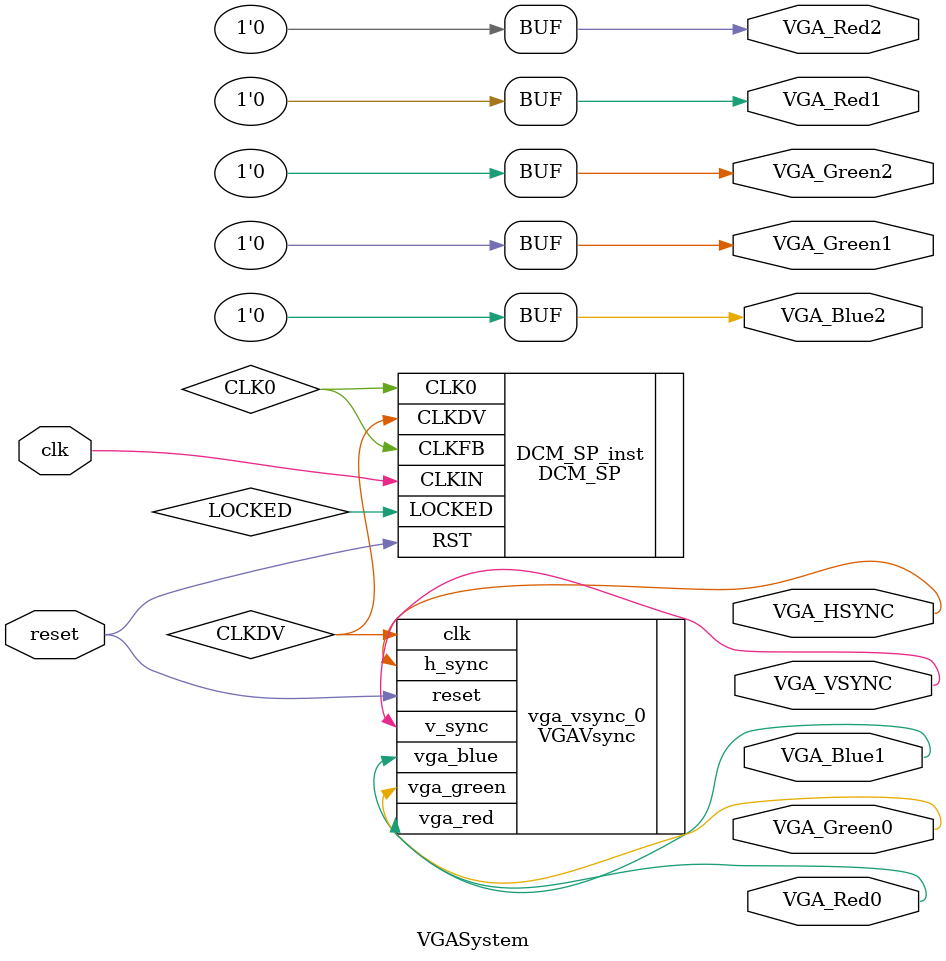
<source format=v>
module VGASystem(
  clk,
  reset,
  VGA_Red0,
  VGA_Red1,
  VGA_Red2,
  VGA_Green0,
  VGA_Green1,
  VGA_Green2,
  VGA_Blue1,
  VGA_Blue2,
  VGA_HSYNC,
  VGA_VSYNC
);

input reset, clk;

output VGA_Red0, VGA_Red1, VGA_Red2; 
output VGA_Green0, VGA_Green1, VGA_Green2;
output VGA_Blue1, VGA_Blue2;
output VGA_HSYNC, VGA_VSYNC;

/*Spartan 6 FPGA supports 8bit color image is created with a 3bit color space the
	extra signals that are not in use are assigned to 0 */
assign VGA_Red1 = 0;
assign VGA_Red2 = 0;

assign VGA_Green1 = 0;
assign VGA_Green2 = 0;

assign VGA_Blue2 = 0;

// DCM_SP: Digital Clock Manager
   //         Spartan-6
   // Xilinx HDL Language Template, version 14.7

   DCM_SP #(
		.CLKDV_DIVIDE(2.0),                   // CLKDV divide value
											// (1.5,2,2.5,3,3.5,4,4.5,5,5.5,6,6.5,7,7.5,8,9,10,11,12,13,14,15,16).
		.CLKFX_DIVIDE(1),                     // Divide value on CLKFX outputs - D - (1-32)
		.CLKFX_MULTIPLY(4),                   // Multiply value on CLKFX outputs - M - (2-32)
		.CLKIN_DIVIDE_BY_2("FALSE"),          // CLKIN divide by two (TRUE/FALSE)
		.CLKIN_PERIOD(10.0),                  // Input clock period specified in nS
		.CLKOUT_PHASE_SHIFT("NONE"),          // Output phase shift (NONE, FIXED, VARIABLE)
		.CLK_FEEDBACK("1X"),                  // Feedback source (NONE, 1X, 2X)
		.DESKEW_ADJUST("SYSTEM_SYNCHRONOUS"), // SYSTEM_SYNCHRNOUS or SOURCE_SYNCHRONOUS
		.DFS_FREQUENCY_MODE("LOW"),           // Unsupported - Do not change value
		.DLL_FREQUENCY_MODE("LOW"),           // Unsupported - Do not change value
		.DSS_MODE("NONE"),                    // Unsupported - Do not change value
		.DUTY_CYCLE_CORRECTION("TRUE"),       // Unsupported - Do not change value
		.FACTORY_JF(16'hc080),                // Unsupported - Do not change value
		.PHASE_SHIFT(0),                      // Amount of fixed phase shift (-255 to 255)
		.STARTUP_WAIT("FALSE")                // Delay config DONE until DCM_SP LOCKED (TRUE/FALSE)
	)
	DCM_SP_inst (
		.CLK0(CLK0),         // 1-bit output: 0 degree clock output
		// .CLK180(CLK180),     // 1-bit output: 180 degree clock output
		// .CLK270(CLK270),     // 1-bit output: 270 degree clock output
		// .CLK2X(CLK2X),       // 1-bit output: 2X clock frequency clock output
		// .CLK2X180(CLK2X180), // 1-bit output: 2X clock frequency, 180 degree clock output
		// .CLK90(CLK90),       // 1-bit output: 90 degree clock output
		.CLKDV(CLKDV),       // 1-bit output: Divided clock output
		// .CLKFX(CLKFX),       // 1-bit output: Digital Frequency Synthesizer output (DFS)
		// .CLKFX180(CLKFX180), // 1-bit output: 180 degree CLKFX output
		.LOCKED(LOCKED),     // 1-bit output: DCM_SP Lock Output
		// .PSDONE(PSDONE),     // 1-bit output: Phase shift done output
		// .STATUS(STATUS),     // 8-bit output: DCM_SP status output
		.CLKFB(CLK0),       // 1-bit input: Clock feedback input
		.CLKIN(clk),// 1-bit input: Clock input
		//.DSSEN(DSSEN),       // 1-bit input: Unsupported, specify to GND.
		//.PSCLK(PSCLK),       // 1-bit input: Phase shift clock input
		//.PSEN(PSEN),         // 1-bit input: Phase shift enable
		//.PSINCDEC(PSINCDEC), // 1-bit input: Phase shift increment/decrement input
		.RST(reset)            // 1-bit input: Active high reset input
	); 

//VSYNC Module 
VGAVsync vga_vsync_0(
	.clk(CLKDV) , 
	.reset(reset) ,
	.vga_red(VGA_Red0) ,
	.vga_green(VGA_Green0) ,
	.vga_blue(VGA_Blue1) ,
	.h_sync(VGA_HSYNC) ,
	.v_sync(VGA_VSYNC) 
);

endmodule // VGASystem
</source>
